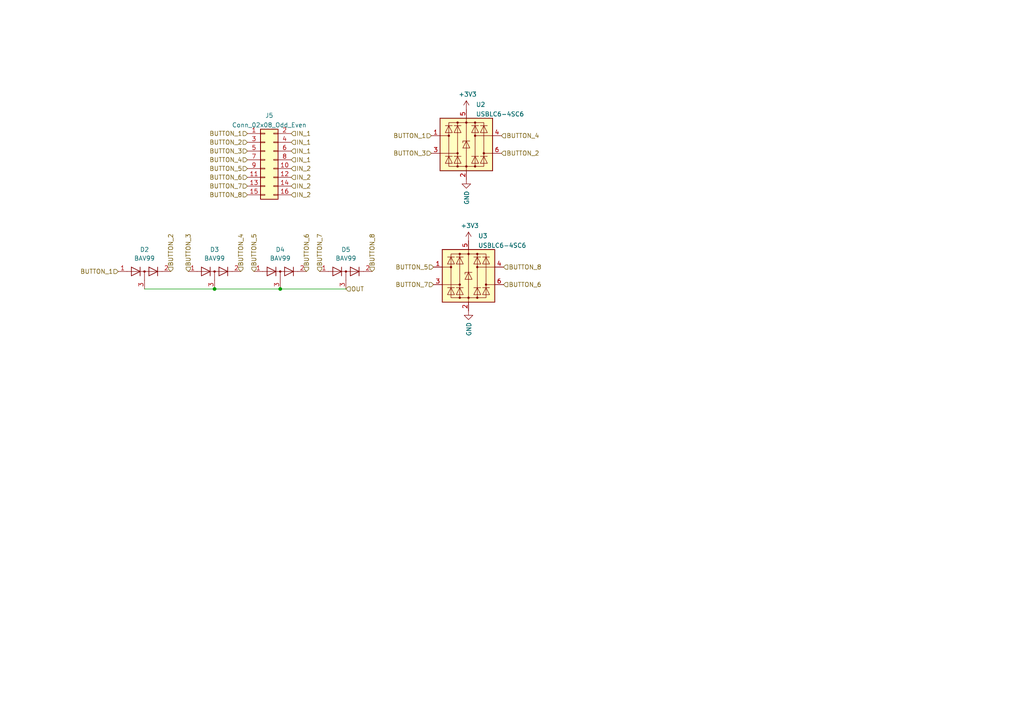
<source format=kicad_sch>
(kicad_sch (version 20211123) (generator eeschema)
  (paper "A4")
  (lib_symbols
    (symbol "Connector_Generic:Conn_02x08_Odd_Even" (pin_names (offset 1.016) hide)
      (property "Reference" "J" (at 1.27 10.16 0))
      (property "Value" "Conn_02x08_Odd_Even" (at 1.27 -12.7 0))
      (symbol "Conn_02x08_Odd_Even_1_1"
        (rectangle (start -1.27 -10.033) (end 0 -10.287) (stroke (width 0.1524)))
        (rectangle (start -1.27 -7.493) (end 0 -7.747) (stroke (width 0.1524)))
        (rectangle (start -1.27 -4.953) (end 0 -5.207) (stroke (width 0.1524)))
        (rectangle (start -1.27 -2.413) (end 0 -2.667) (stroke (width 0.1524)))
        (rectangle (start -1.27 0.127) (end 0 -0.127) (stroke (width 0.1524)))
        (rectangle (start -1.27 2.667) (end 0 2.413) (stroke (width 0.1524)))
        (rectangle (start -1.27 5.207) (end 0 4.953) (stroke (width 0.1524)))
        (rectangle (start -1.27 7.747) (end 0 7.493) (stroke (width 0.1524)))
        (rectangle (start -1.27 8.89) (end 3.81 -11.43) (stroke (width 0.254)) (fill (type background)))
        (rectangle (start 3.81 -10.033) (end 2.54 -10.287) (stroke (width 0.1524)))
        (rectangle (start 3.81 -7.493) (end 2.54 -7.747) (stroke (width 0.1524)))
        (rectangle (start 3.81 -4.953) (end 2.54 -5.207) (stroke (width 0.1524)))
        (rectangle (start 3.81 -2.413) (end 2.54 -2.667) (stroke (width 0.1524)))
        (rectangle (start 3.81 0.127) (end 2.54 -0.127) (stroke (width 0.1524)))
        (rectangle (start 3.81 2.667) (end 2.54 2.413) (stroke (width 0.1524)))
        (rectangle (start 3.81 5.207) (end 2.54 4.953) (stroke (width 0.1524)))
        (rectangle (start 3.81 7.747) (end 2.54 7.493) (stroke (width 0.1524)))
        (pin passive line (at -5.08 7.62 0) (length 3.81) (name "Pin_1") (number "1"))
        (pin passive line (at 7.62 -2.54 180) (length 3.81) (name "Pin_10") (number "10"))
        (pin passive line (at -5.08 -5.08 0) (length 3.81) (name "Pin_11") (number "11"))
        (pin passive line (at 7.62 -5.08 180) (length 3.81) (name "Pin_12") (number "12"))
        (pin passive line (at -5.08 -7.62 0) (length 3.81) (name "Pin_13") (number "13"))
        (pin passive line (at 7.62 -7.62 180) (length 3.81) (name "Pin_14") (number "14"))
        (pin passive line (at -5.08 -10.16 0) (length 3.81) (name "Pin_15") (number "15"))
        (pin passive line (at 7.62 -10.16 180) (length 3.81) (name "Pin_16") (number "16"))
        (pin passive line (at 7.62 7.62 180) (length 3.81) (name "Pin_2") (number "2"))
        (pin passive line (at -5.08 5.08 0) (length 3.81) (name "Pin_3") (number "3"))
        (pin passive line (at 7.62 5.08 180) (length 3.81) (name "Pin_4") (number "4"))
        (pin passive line (at -5.08 2.54 0) (length 3.81) (name "Pin_5") (number "5"))
        (pin passive line (at 7.62 2.54 180) (length 3.81) (name "Pin_6") (number "6"))
        (pin passive line (at -5.08 0 0) (length 3.81) (name "Pin_7") (number "7"))
        (pin passive line (at 7.62 0 180) (length 3.81) (name "Pin_8") (number "8"))
        (pin passive line (at -5.08 -2.54 0) (length 3.81) (name "Pin_9") (number "9"))
      )
    )
    (symbol "Diode:BAV99" (pin_names hide)
      (property "Reference" "D" (at 0 5.08 0))
      (property "Value" "BAV99" (at 0 2.54 0))
      (symbol "BAV99_0_1"
        (polyline (pts (xy -5.08 0) (xy 5.08 0)))
      )
      (symbol "BAV99_1_1"
        (polyline (pts (xy 0 0) (xy 0 -2.54)))
        (polyline (pts (xy -1.27 -1.27) (xy -1.27 1.27) (xy -1.27 1.27)) (stroke (width 0.2032)))
        (polyline (pts (xy 3.81 1.27) (xy 3.81 -1.27) (xy 3.81 -1.27)) (stroke (width 0.2032)))
        (polyline (pts (xy -3.81 1.27) (xy -1.27 0) (xy -3.81 -1.27) (xy -3.81 1.27) (xy -3.81 1.27) (xy -3.81 1.27)) (stroke (width 0.2032)))
        (polyline (pts (xy 1.27 1.27) (xy 3.81 0) (xy 1.27 -1.27) (xy 1.27 1.27) (xy 1.27 1.27) (xy 1.27 1.27)) (stroke (width 0.2032)))
        (circle (center 0 0) (radius 0.254) (fill (type outline)))
        (pin passive line (at -7.62 0 0) (length 2.54) (name "K") (number "1"))
        (pin passive line (at 7.62 0 180) (length 2.54) (name "A") (number "2"))
        (pin passive line (at 0 -5.08 90) (length 2.54) (name "K") (number "3"))
      )
    )
    (symbol "Power_Protection:USBLC6-4SC6" (pin_names hide)
      (property "Reference" "U" (at 2.54 8.89 0))
      (property "Value" "USBLC6-4SC6" (at 2.54 -8.89 0))
      (symbol "USBLC6-4SC6_0_1"
        (rectangle (start -7.62 -7.62) (end 7.62 7.62) (stroke (width 0.254)) (fill (type background)))
        (circle (center -5.08 2.54) (radius 0.254) (fill (type outline)))
        (circle (center -2.54 -6.35) (radius 0.254) (fill (type outline)))
        (circle (center -2.54 -2.54) (radius 0.254) (fill (type outline)))
        (circle (center -2.54 6.35) (radius 0.254) (fill (type outline)))
        (rectangle (start -2.54 6.35) (end 2.54 -6.35))
        (circle (center 0 -6.35) (radius 0.254) (fill (type outline)))
        (polyline (pts (xy -5.08 2.54) (xy -7.62 2.54)))
        (polyline (pts (xy -4.064 -3.429) (xy -6.096 -3.429)))
        (polyline (pts (xy -4.064 5.461) (xy -6.096 5.461)))
        (polyline (pts (xy -2.54 -2.54) (xy -7.62 -2.54)))
        (polyline (pts (xy -1.524 -3.429) (xy -3.556 -3.429)))
        (polyline (pts (xy -1.524 5.461) (xy -3.556 5.461)))
        (polyline (pts (xy 0 -7.62) (xy 0 -6.35)))
        (polyline (pts (xy 0 -6.35) (xy 0 1.27)))
        (polyline (pts (xy 0 1.27) (xy 0 6.35)))
        (polyline (pts (xy 0 6.35) (xy 0 7.62)))
        (polyline (pts (xy 1.524 -3.429) (xy 3.556 -3.429)))
        (polyline (pts (xy 1.524 5.461) (xy 3.556 5.461)))
        (polyline (pts (xy 2.54 2.54) (xy 7.62 2.54)))
        (polyline (pts (xy 4.064 -3.429) (xy 6.096 -3.429)))
        (polyline (pts (xy 4.064 5.461) (xy 6.096 5.461)))
        (polyline (pts (xy 5.08 -2.54) (xy 7.62 -2.54)))
        (polyline (pts (xy -6.096 -5.461) (xy -4.064 -5.461) (xy -5.08 -3.429) (xy -6.096 -5.461)))
        (polyline (pts (xy -6.096 3.429) (xy -4.064 3.429) (xy -5.08 5.461) (xy -6.096 3.429)))
        (polyline (pts (xy -3.556 -5.461) (xy -1.524 -5.461) (xy -2.54 -3.429) (xy -3.556 -5.461)))
        (polyline (pts (xy -3.556 3.429) (xy -1.524 3.429) (xy -2.54 5.461) (xy -3.556 3.429)))
        (polyline (pts (xy -2.54 6.35) (xy -5.08 6.35) (xy -5.08 -6.35) (xy -2.54 -6.35)))
        (polyline (pts (xy -1.016 -1.016) (xy 1.016 -1.016) (xy 0 1.016) (xy -1.016 -1.016)))
        (polyline (pts (xy 1.016 1.016) (xy 0.762 1.016) (xy -1.016 1.016) (xy -1.016 0.508)))
        (polyline (pts (xy 2.54 6.35) (xy 5.08 6.35) (xy 5.08 -6.35) (xy 2.54 -6.35)))
        (polyline (pts (xy 3.556 -5.461) (xy 1.524 -5.461) (xy 2.54 -3.429) (xy 3.556 -5.461)))
        (polyline (pts (xy 3.556 3.429) (xy 1.524 3.429) (xy 2.54 5.461) (xy 3.556 3.429)))
        (polyline (pts (xy 6.096 -5.461) (xy 4.064 -5.461) (xy 5.08 -3.429) (xy 6.096 -5.461)))
        (polyline (pts (xy 6.096 3.429) (xy 4.064 3.429) (xy 5.08 5.461) (xy 6.096 3.429)))
        (circle (center 0 6.35) (radius 0.254) (fill (type outline)))
        (circle (center 2.54 -6.35) (radius 0.254) (fill (type outline)))
        (circle (center 2.54 2.54) (radius 0.254) (fill (type outline)))
        (circle (center 2.54 6.35) (radius 0.254) (fill (type outline)))
        (circle (center 5.08 -2.54) (radius 0.254) (fill (type outline)))
      )
      (symbol "USBLC6-4SC6_1_1"
        (pin passive line (at -10.16 2.54 0) (length 2.54) (name "I/O1") (number "1"))
        (pin passive line (at 0 -10.16 90) (length 2.54) (name "GND") (number "2"))
        (pin passive line (at -10.16 -2.54 0) (length 2.54) (name "I/O2") (number "3"))
        (pin passive line (at 10.16 2.54 180) (length 2.54) (name "I/O3") (number "4"))
        (pin passive line (at 0 10.16 270) (length 2.54) (name "VBUS") (number "5"))
        (pin passive line (at 10.16 -2.54 180) (length 2.54) (name "I/O4") (number "6"))
      )
    )
    (symbol "power:+3V3" (power) (pin_names (offset 0))
      (property "Value" "+3V3" (at 0 3.556 0))
      (symbol "+3V3_0_1"
        (polyline (pts (xy -0.762 1.27) (xy 0 2.54)))
        (polyline (pts (xy 0 0) (xy 0 2.54)))
        (polyline (pts (xy 0 2.54) (xy 0.762 1.27)))
      )
      (symbol "+3V3_1_1"
        (pin power_in line (at 0 0 90) (length 0) hide (name "+3V3") (number "1"))
      )
    )
    (symbol "power:GND" (power) (pin_names (offset 0))
      (property "Value" "GND" (at 0 -3.81 0))
      (symbol "GND_0_1"
        (polyline (pts (xy 0 0) (xy 0 -1.27) (xy 1.27 -1.27) (xy 0 -2.54) (xy -1.27 -1.27) (xy 0 -1.27)))
      )
      (symbol "GND_1_1"
        (pin power_in line (at 0 0 270) (length 0) hide (name "GND") (number "1"))
      )
    )
  )
  (junction (at 62.23 83.82))
  (junction (at 81.28 83.82))
  (wire (pts (xy 62.23 83.82) (xy 81.28 83.82)))
  (wire (pts (xy 41.91 83.82) (xy 62.23 83.82)))
  (wire (pts (xy 81.28 83.82) (xy 100.33 83.82)))
  (hierarchical_label "BUTTON_3" (shape input) (at 54.61 78.74 90))
  (hierarchical_label "IN_1" (shape input) (at 84.455 46.355 0))
  (hierarchical_label "OUT" (shape input) (at 100.33 83.82 0))
  (hierarchical_label "BUTTON_2" (shape input) (at 49.53 78.74 90))
  (hierarchical_label "BUTTON_2" (shape input) (at 71.755 41.275 180))
  (hierarchical_label "IN_2" (shape input) (at 84.455 51.435 0))
  (hierarchical_label "IN_1" (shape input) (at 84.455 41.275 0))
  (hierarchical_label "BUTTON_3" (shape input) (at 71.755 43.815 180))
  (hierarchical_label "BUTTON_1" (shape input) (at 71.755 38.735 180))
  (hierarchical_label "BUTTON_5" (shape input) (at 73.66 78.74 90))
  (hierarchical_label "BUTTON_1" (shape input) (at 125.095 39.37 180))
  (hierarchical_label "BUTTON_4" (shape input) (at 69.85 78.74 90))
  (hierarchical_label "BUTTON_6" (shape input) (at 71.755 51.435 180))
  (hierarchical_label "BUTTON_8" (shape input) (at 146.05 77.47 0))
  (hierarchical_label "BUTTON_4" (shape input) (at 145.415 39.37 0))
  (hierarchical_label "BUTTON_5" (shape input) (at 125.73 77.47 180))
  (hierarchical_label "BUTTON_7" (shape input) (at 71.755 53.975 180))
  (hierarchical_label "BUTTON_4" (shape input) (at 71.755 46.355 180))
  (hierarchical_label "BUTTON_7" (shape input) (at 92.71 78.74 90))
  (hierarchical_label "IN_1" (shape input) (at 84.455 43.815 0))
  (hierarchical_label "IN_2" (shape input) (at 84.455 53.975 0))
  (hierarchical_label "BUTTON_6" (shape input) (at 88.9 78.74 90))
  (hierarchical_label "IN_2" (shape input) (at 84.455 48.895 0))
  (hierarchical_label "BUTTON_8" (shape input) (at 71.755 56.515 180))
  (hierarchical_label "BUTTON_3" (shape input) (at 125.095 44.45 180))
  (hierarchical_label "BUTTON_7" (shape input) (at 125.73 82.55 180))
  (hierarchical_label "BUTTON_8" (shape input) (at 107.95 78.74 90))
  (hierarchical_label "IN_1" (shape input) (at 84.455 38.735 0))
  (hierarchical_label "BUTTON_6" (shape input) (at 146.05 82.55 0))
  (hierarchical_label "BUTTON_1" (shape input) (at 34.29 78.74 180))
  (hierarchical_label "BUTTON_5" (shape input) (at 71.755 48.895 180))
  (hierarchical_label "IN_2" (shape input) (at 84.455 56.515 0))
  (hierarchical_label "BUTTON_2" (shape input) (at 145.415 44.45 0))
  (symbol (lib_id "Power_Protection:USBLC6-4SC6") (at 135.255 41.91 0) (unit 1)
    (property "Reference" "U2" (at 138.0237 30.3235 0) (effects (justify left)))
    (property "Value" "USBLC6-4SC6" (at 138.0237 33.0986 0) (effects (justify left)))
    (property "Footprint" "Package_TO_SOT_SMD:SOT-23-6" (effects hide))
    (property "Datasheet" "https://www.st.com/resource/en/datasheet/usblc6-4.pdf" (effects hide))
    (property "LCSC Part #" "C558419" (effects hide))
  )
  (symbol (lib_id "power:+3V3") (at 135.255 31.75 0) (unit 1)
    (property "Reference" "#PWR0120" (effects hide))
    (property "Value" "+3V3" (at 135.636 27.3558 0))
  )
  (symbol (lib_id "Diode:BAV99") (at 62.23 78.74 0) (unit 1)
    (property "Reference" "D3" (at 62.23 72.39 0))
    (property "Value" "BAV99" (at 62.23 74.93 0))
    (property "Footprint" "Package_TO_SOT_SMD:SOT-23" (effects hide))
    (property "Datasheet" "https://assets.nexperia.com/documents/data-sheet/BAV99_SER.pdf" (effects hide))
  )
  (symbol (lib_id "Diode:BAV99") (at 100.33 78.74 0) (unit 1)
    (property "Reference" "D5" (at 100.33 72.39 0))
    (property "Value" "BAV99" (at 100.33 74.93 0))
    (property "Footprint" "Package_TO_SOT_SMD:SOT-23" (effects hide))
    (property "Datasheet" "https://assets.nexperia.com/documents/data-sheet/BAV99_SER.pdf" (effects hide))
  )
  (symbol (lib_id "Connector_Generic:Conn_02x08_Odd_Even") (at 76.835 46.355 0) (unit 1)
    (property "Reference" "J5" (at 78.105 33.4985 0))
    (property "Value" "Conn_02x08_Odd_Even" (at 78.105 36.2736 0))
    (property "Footprint" "Connector_PinHeader_2.54mm:PinHeader_2x08_P2.54mm_Vertical" (effects hide))
    (property "LCSC Part #" "DNP" (effects hide))
  )
  (symbol (lib_id "Diode:BAV99") (at 41.91 78.74 0) (unit 1)
    (property "Reference" "D2" (at 41.91 72.39 0))
    (property "Value" "BAV99" (at 41.91 74.93 0))
    (property "Footprint" "Package_TO_SOT_SMD:SOT-23" (effects hide))
    (property "Datasheet" "https://assets.nexperia.com/documents/data-sheet/BAV99_SER.pdf" (effects hide))
    (property "LCSC Part #" "C2500" (effects hide))
  )
  (symbol (lib_id "power:+3V3") (at 135.89 69.85 0) (unit 1)
    (property "Reference" "#PWR0119" (effects hide))
    (property "Value" "+3V3" (at 136.271 65.4558 0))
  )
  (symbol (lib_id "Power_Protection:USBLC6-4SC6") (at 135.89 80.01 0) (unit 1)
    (property "Reference" "U3" (at 138.6587 68.4235 0) (effects (justify left)))
    (property "Value" "USBLC6-4SC6" (at 138.6587 71.1986 0) (effects (justify left)))
    (property "Footprint" "Package_TO_SOT_SMD:SOT-23-6" (effects hide))
    (property "Datasheet" "https://www.st.com/resource/en/datasheet/usblc6-4.pdf" (effects hide))
    (property "LCSC Part #" "C558419" (effects hide))
  )
  (symbol (lib_id "Diode:BAV99") (at 81.28 78.74 0) (unit 1)
    (property "Reference" "D4" (at 81.28 72.39 0))
    (property "Value" "BAV99" (at 81.28 74.93 0))
    (property "Footprint" "Package_TO_SOT_SMD:SOT-23" (effects hide))
    (property "Datasheet" "https://assets.nexperia.com/documents/data-sheet/BAV99_SER.pdf" (effects hide))
  )
  (symbol (lib_id "power:GND") (at 135.255 52.07 0) (unit 1)
    (property "Reference" "#PWR0121" (effects hide))
    (property "Value" "GND" (at 135.382 55.3212 90) (effects (justify right)))
  )
  (symbol (lib_id "power:GND") (at 135.89 90.17 0) (unit 1)
    (property "Reference" "#PWR0118" (effects hide))
    (property "Value" "GND" (at 136.017 93.4212 90) (effects (justify right)))
  )
)
</source>
